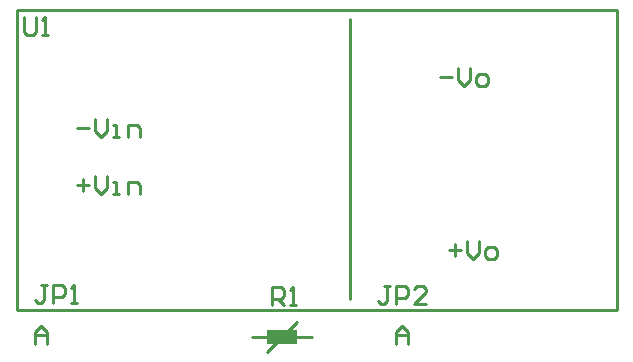
<source format=gto>
G04*
G04 #@! TF.GenerationSoftware,Altium Limited,Altium Designer,19.0.4 (130)*
G04*
G04 Layer_Color=65535*
%FSTAX44Y44*%
%MOMM*%
G71*
G01*
G75*
%ADD10C,0.2540*%
%ADD11R,2.5400X1.2700*%
D10*
X-0023241Y0005588D02*
Y0029337D01*
X-0031496Y0002413D02*
X-0026416D01*
X-0030226Y0001143D02*
X-0027686Y0003683D01*
X-0051435Y0004699D02*
Y0030099D01*
Y0004699D02*
X-0000635D01*
Y0030099D01*
X-0051435D02*
X-0000635D01*
X-0019304Y0001778D02*
Y00027937D01*
X-00187962Y00033015D01*
X-00182883Y00027937D01*
Y0001778D01*
Y00025398D01*
X-0019304D01*
X-0046355Y00200658D02*
X-00453393D01*
X-00448315Y00208275D02*
Y00198118D01*
X-00443237Y0019304D01*
X-00438158Y00198118D01*
Y00208275D01*
X-0043308Y0019304D02*
X-00428002D01*
X-00430541D01*
Y00203197D01*
X-0043308D01*
X-00420384Y0019304D02*
Y00203197D01*
X-00412766D01*
X-00410227Y00200658D01*
Y0019304D01*
X-0046355Y00152397D02*
X-00453393D01*
X-00458472Y00157476D02*
Y00147319D01*
X-00448315Y00160015D02*
Y00149858D01*
X-00443237Y0014478D01*
X-00438158Y00149858D01*
Y00160015D01*
X-0043308Y0014478D02*
X-00428002D01*
X-00430541D01*
Y00154937D01*
X-0043308D01*
X-00420384Y0014478D02*
Y00154937D01*
X-00412766D01*
X-00410227Y00152397D01*
Y0014478D01*
X-0014859Y00097788D02*
X-00138433D01*
X-00143512Y00102866D02*
Y00092709D01*
X-00133355Y00105405D02*
Y00095248D01*
X-00128277Y0009017D01*
X-00123198Y00095248D01*
Y00105405D01*
X-00115581Y0009017D02*
X-00110502D01*
X-00107963Y00092709D01*
Y00097788D01*
X-00110502Y00100327D01*
X-00115581D01*
X-0011812Y00097788D01*
Y00092709D01*
X-00115581Y0009017D01*
X-0015621Y00243838D02*
X-00146053D01*
X-00140975Y00251455D02*
Y00241298D01*
X-00135897Y0023622D01*
X-00130818Y00241298D01*
Y00251455D01*
X-00123201Y0023622D02*
X-00118122D01*
X-00115583Y00238759D01*
Y00243838D01*
X-00118122Y00246377D01*
X-00123201D01*
X-0012574Y00243838D01*
Y00238759D01*
X-00123201Y0023622D01*
X-0049911Y0001778D02*
Y00027937D01*
X-00494032Y00033015D01*
X-00488953Y00027937D01*
Y0001778D01*
Y00025398D01*
X-0049911D01*
X-00508Y00294635D02*
Y00281939D01*
X-00505461Y002794D01*
X-00500382D01*
X-00497843Y00281939D01*
Y00294635D01*
X-00492765Y002794D02*
X-00487687D01*
X-00490226D01*
Y00294635D01*
X-00492765Y00292096D01*
X-0029845Y000508D02*
Y00066035D01*
X-00290833D01*
X-00288293Y00063496D01*
Y00058418D01*
X-00290833Y00055878D01*
X-0029845D01*
X-00293372D02*
X-00288293Y000508D01*
X-00283215D02*
X-00278137D01*
X-00280676D01*
Y00066035D01*
X-00283215Y00063496D01*
X-00198123Y00067305D02*
X-00203202D01*
X-00200662D01*
Y00054609D01*
X-00203202Y0005207D01*
X-00205741D01*
X-0020828Y00054609D01*
X-00193045Y0005207D02*
Y00067305D01*
X-00185427D01*
X-00182888Y00064766D01*
Y00059688D01*
X-00185427Y00057148D01*
X-00193045D01*
X-00167653Y0005207D02*
X-0017781D01*
X-00167653Y00062227D01*
Y00064766D01*
X-00170192Y00067305D01*
X-00175271D01*
X-0017781Y00064766D01*
X-00488953Y00067813D02*
X-00494032D01*
X-00491493D01*
Y00055117D01*
X-00494032Y00052578D01*
X-00496571D01*
X-0049911Y00055117D01*
X-00483875Y00052578D02*
Y00067813D01*
X-00476257D01*
X-00473718Y00065274D01*
Y00060195D01*
X-00476257Y00057656D01*
X-00483875D01*
X-0046864Y00052578D02*
X-00463562D01*
X-00466101D01*
Y00067813D01*
X-0046864Y00065274D01*
D11*
X-0028956Y0002413D02*
D03*
M02*

</source>
